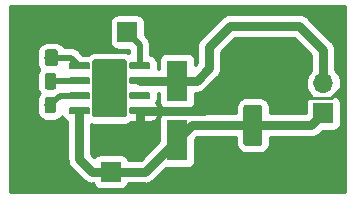
<source format=gbr>
G04 #@! TF.GenerationSoftware,KiCad,Pcbnew,(5.1.4)-1*
G04 #@! TF.CreationDate,2020-02-26T20:20:47+00:00*
G04 #@! TF.ProjectId,drv120_solenoid_driver,64727631-3230-45f7-936f-6c656e6f6964,rev?*
G04 #@! TF.SameCoordinates,Original*
G04 #@! TF.FileFunction,Copper,L1,Top*
G04 #@! TF.FilePolarity,Positive*
%FSLAX46Y46*%
G04 Gerber Fmt 4.6, Leading zero omitted, Abs format (unit mm)*
G04 Created by KiCad (PCBNEW (5.1.4)-1) date 2020-02-26 20:20:47*
%MOMM*%
%LPD*%
G04 APERTURE LIST*
%ADD10C,0.100000*%
%ADD11C,1.600000*%
%ADD12R,1.700000X1.700000*%
%ADD13O,1.700000X1.700000*%
%ADD14C,1.150000*%
%ADD15R,1.800000X3.500000*%
%ADD16C,0.975000*%
%ADD17C,2.950000*%
%ADD18C,0.600000*%
%ADD19C,0.250000*%
%ADD20C,0.500000*%
%ADD21C,0.750000*%
%ADD22C,0.254000*%
G04 APERTURE END LIST*
D10*
G36*
X157186185Y-104161602D02*
G01*
X157210415Y-104165196D01*
X157234175Y-104171148D01*
X157257238Y-104179400D01*
X157279381Y-104189872D01*
X157300390Y-104202465D01*
X157320065Y-104217057D01*
X157338214Y-104233506D01*
X157354663Y-104251655D01*
X157369255Y-104271330D01*
X157381848Y-104292339D01*
X157392320Y-104314482D01*
X157400572Y-104337545D01*
X157406524Y-104361305D01*
X157410118Y-104385535D01*
X157411320Y-104410000D01*
X157411320Y-107410800D01*
X157410118Y-107435265D01*
X157406524Y-107459495D01*
X157400572Y-107483255D01*
X157392320Y-107506318D01*
X157381848Y-107528461D01*
X157369255Y-107549470D01*
X157354663Y-107569145D01*
X157338214Y-107587294D01*
X157320065Y-107603743D01*
X157300390Y-107618335D01*
X157279381Y-107630928D01*
X157257238Y-107641400D01*
X157234175Y-107649652D01*
X157210415Y-107655604D01*
X157186185Y-107659198D01*
X157161720Y-107660400D01*
X156060920Y-107660400D01*
X156036455Y-107659198D01*
X156012225Y-107655604D01*
X155988465Y-107649652D01*
X155965402Y-107641400D01*
X155943259Y-107630928D01*
X155922250Y-107618335D01*
X155902575Y-107603743D01*
X155884426Y-107587294D01*
X155867977Y-107569145D01*
X155853385Y-107549470D01*
X155840792Y-107528461D01*
X155830320Y-107506318D01*
X155822068Y-107483255D01*
X155816116Y-107459495D01*
X155812522Y-107435265D01*
X155811320Y-107410800D01*
X155811320Y-104410000D01*
X155812522Y-104385535D01*
X155816116Y-104361305D01*
X155822068Y-104337545D01*
X155830320Y-104314482D01*
X155840792Y-104292339D01*
X155853385Y-104271330D01*
X155867977Y-104251655D01*
X155884426Y-104233506D01*
X155902575Y-104217057D01*
X155922250Y-104202465D01*
X155943259Y-104189872D01*
X155965402Y-104179400D01*
X155988465Y-104171148D01*
X156012225Y-104165196D01*
X156036455Y-104161602D01*
X156060920Y-104160400D01*
X157161720Y-104160400D01*
X157186185Y-104161602D01*
X157186185Y-104161602D01*
G37*
D11*
X156611320Y-105910400D03*
D10*
G36*
X157185824Y-109561604D02*
G01*
X157210093Y-109565204D01*
X157233891Y-109571165D01*
X157256991Y-109579430D01*
X157279169Y-109589920D01*
X157300213Y-109602533D01*
X157319918Y-109617147D01*
X157338097Y-109633623D01*
X157354573Y-109651802D01*
X157369187Y-109671507D01*
X157381800Y-109692551D01*
X157392290Y-109714729D01*
X157400555Y-109737829D01*
X157406516Y-109761627D01*
X157410116Y-109785896D01*
X157411320Y-109810400D01*
X157411320Y-112810400D01*
X157410116Y-112834904D01*
X157406516Y-112859173D01*
X157400555Y-112882971D01*
X157392290Y-112906071D01*
X157381800Y-112928249D01*
X157369187Y-112949293D01*
X157354573Y-112968998D01*
X157338097Y-112987177D01*
X157319918Y-113003653D01*
X157300213Y-113018267D01*
X157279169Y-113030880D01*
X157256991Y-113041370D01*
X157233891Y-113049635D01*
X157210093Y-113055596D01*
X157185824Y-113059196D01*
X157161320Y-113060400D01*
X156061320Y-113060400D01*
X156036816Y-113059196D01*
X156012547Y-113055596D01*
X155988749Y-113049635D01*
X155965649Y-113041370D01*
X155943471Y-113030880D01*
X155922427Y-113018267D01*
X155902722Y-113003653D01*
X155884543Y-112987177D01*
X155868067Y-112968998D01*
X155853453Y-112949293D01*
X155840840Y-112928249D01*
X155830350Y-112906071D01*
X155822085Y-112882971D01*
X155816124Y-112859173D01*
X155812524Y-112834904D01*
X155811320Y-112810400D01*
X155811320Y-109810400D01*
X155812524Y-109785896D01*
X155816124Y-109761627D01*
X155822085Y-109737829D01*
X155830350Y-109714729D01*
X155840840Y-109692551D01*
X155853453Y-109671507D01*
X155868067Y-109651802D01*
X155884543Y-109633623D01*
X155902722Y-109617147D01*
X155922427Y-109602533D01*
X155943471Y-109589920D01*
X155965649Y-109579430D01*
X155988749Y-109571165D01*
X156012547Y-109565204D01*
X156036816Y-109561604D01*
X156061320Y-109560400D01*
X157161320Y-109560400D01*
X157185824Y-109561604D01*
X157185824Y-109561604D01*
G37*
D11*
X156611320Y-111310400D03*
D12*
X162570160Y-110281720D03*
D13*
X162570160Y-107741720D03*
D10*
G36*
X137851670Y-104891542D02*
G01*
X137875895Y-104895135D01*
X137899651Y-104901086D01*
X137922709Y-104909336D01*
X137944847Y-104919807D01*
X137965853Y-104932397D01*
X137985523Y-104946985D01*
X138003668Y-104963432D01*
X138020115Y-104981577D01*
X138034703Y-105001247D01*
X138047293Y-105022253D01*
X138057764Y-105044391D01*
X138066014Y-105067449D01*
X138071965Y-105091205D01*
X138075558Y-105115430D01*
X138076760Y-105139890D01*
X138076760Y-106040790D01*
X138075558Y-106065250D01*
X138071965Y-106089475D01*
X138066014Y-106113231D01*
X138057764Y-106136289D01*
X138047293Y-106158427D01*
X138034703Y-106179433D01*
X138020115Y-106199103D01*
X138003668Y-106217248D01*
X137985523Y-106233695D01*
X137965853Y-106248283D01*
X137944847Y-106260873D01*
X137922709Y-106271344D01*
X137899651Y-106279594D01*
X137875895Y-106285545D01*
X137851670Y-106289138D01*
X137827210Y-106290340D01*
X137176310Y-106290340D01*
X137151850Y-106289138D01*
X137127625Y-106285545D01*
X137103869Y-106279594D01*
X137080811Y-106271344D01*
X137058673Y-106260873D01*
X137037667Y-106248283D01*
X137017997Y-106233695D01*
X136999852Y-106217248D01*
X136983405Y-106199103D01*
X136968817Y-106179433D01*
X136956227Y-106158427D01*
X136945756Y-106136289D01*
X136937506Y-106113231D01*
X136931555Y-106089475D01*
X136927962Y-106065250D01*
X136926760Y-106040790D01*
X136926760Y-105139890D01*
X136927962Y-105115430D01*
X136931555Y-105091205D01*
X136937506Y-105067449D01*
X136945756Y-105044391D01*
X136956227Y-105022253D01*
X136968817Y-105001247D01*
X136983405Y-104981577D01*
X136999852Y-104963432D01*
X137017997Y-104946985D01*
X137037667Y-104932397D01*
X137058673Y-104919807D01*
X137080811Y-104909336D01*
X137103869Y-104901086D01*
X137127625Y-104895135D01*
X137151850Y-104891542D01*
X137176310Y-104890340D01*
X137827210Y-104890340D01*
X137851670Y-104891542D01*
X137851670Y-104891542D01*
G37*
D14*
X137501760Y-105590340D03*
D10*
G36*
X139901265Y-104891544D02*
G01*
X139925533Y-104895144D01*
X139949332Y-104901105D01*
X139972431Y-104909370D01*
X139994610Y-104919860D01*
X140015653Y-104932472D01*
X140035359Y-104947087D01*
X140053537Y-104963563D01*
X140070013Y-104981741D01*
X140084628Y-105001447D01*
X140097240Y-105022490D01*
X140107730Y-105044669D01*
X140115995Y-105067768D01*
X140121956Y-105091567D01*
X140125556Y-105115835D01*
X140126760Y-105140339D01*
X140126760Y-106040341D01*
X140125556Y-106064845D01*
X140121956Y-106089113D01*
X140115995Y-106112912D01*
X140107730Y-106136011D01*
X140097240Y-106158190D01*
X140084628Y-106179233D01*
X140070013Y-106198939D01*
X140053537Y-106217117D01*
X140035359Y-106233593D01*
X140015653Y-106248208D01*
X139994610Y-106260820D01*
X139972431Y-106271310D01*
X139949332Y-106279575D01*
X139925533Y-106285536D01*
X139901265Y-106289136D01*
X139876761Y-106290340D01*
X139226759Y-106290340D01*
X139202255Y-106289136D01*
X139177987Y-106285536D01*
X139154188Y-106279575D01*
X139131089Y-106271310D01*
X139108910Y-106260820D01*
X139087867Y-106248208D01*
X139068161Y-106233593D01*
X139049983Y-106217117D01*
X139033507Y-106198939D01*
X139018892Y-106179233D01*
X139006280Y-106158190D01*
X138995790Y-106136011D01*
X138987525Y-106112912D01*
X138981564Y-106089113D01*
X138977964Y-106064845D01*
X138976760Y-106040341D01*
X138976760Y-105140339D01*
X138977964Y-105115835D01*
X138981564Y-105091567D01*
X138987525Y-105067768D01*
X138995790Y-105044669D01*
X139006280Y-105022490D01*
X139018892Y-105001447D01*
X139033507Y-104981741D01*
X139049983Y-104963563D01*
X139068161Y-104947087D01*
X139087867Y-104932472D01*
X139108910Y-104919860D01*
X139131089Y-104909370D01*
X139154188Y-104901105D01*
X139177987Y-104895144D01*
X139202255Y-104891544D01*
X139226759Y-104890340D01*
X139876761Y-104890340D01*
X139901265Y-104891544D01*
X139901265Y-104891544D01*
G37*
D14*
X139551760Y-105590340D03*
D15*
X150195280Y-112547400D03*
X150195280Y-107547400D03*
D13*
X144569180Y-112687100D03*
D12*
X144569180Y-115227100D03*
X145976340Y-103418640D03*
D13*
X143436340Y-103418640D03*
D10*
G36*
X139749202Y-106887954D02*
G01*
X139772863Y-106891464D01*
X139796067Y-106897276D01*
X139818589Y-106905334D01*
X139840213Y-106915562D01*
X139860730Y-106927859D01*
X139879943Y-106942109D01*
X139897667Y-106958173D01*
X139913731Y-106975897D01*
X139927981Y-106995110D01*
X139940278Y-107015627D01*
X139950506Y-107037251D01*
X139958564Y-107059773D01*
X139964376Y-107082977D01*
X139967886Y-107106638D01*
X139969060Y-107130530D01*
X139969060Y-108043030D01*
X139967886Y-108066922D01*
X139964376Y-108090583D01*
X139958564Y-108113787D01*
X139950506Y-108136309D01*
X139940278Y-108157933D01*
X139927981Y-108178450D01*
X139913731Y-108197663D01*
X139897667Y-108215387D01*
X139879943Y-108231451D01*
X139860730Y-108245701D01*
X139840213Y-108257998D01*
X139818589Y-108268226D01*
X139796067Y-108276284D01*
X139772863Y-108282096D01*
X139749202Y-108285606D01*
X139725310Y-108286780D01*
X139237810Y-108286780D01*
X139213918Y-108285606D01*
X139190257Y-108282096D01*
X139167053Y-108276284D01*
X139144531Y-108268226D01*
X139122907Y-108257998D01*
X139102390Y-108245701D01*
X139083177Y-108231451D01*
X139065453Y-108215387D01*
X139049389Y-108197663D01*
X139035139Y-108178450D01*
X139022842Y-108157933D01*
X139012614Y-108136309D01*
X139004556Y-108113787D01*
X138998744Y-108090583D01*
X138995234Y-108066922D01*
X138994060Y-108043030D01*
X138994060Y-107130530D01*
X138995234Y-107106638D01*
X138998744Y-107082977D01*
X139004556Y-107059773D01*
X139012614Y-107037251D01*
X139022842Y-107015627D01*
X139035139Y-106995110D01*
X139049389Y-106975897D01*
X139065453Y-106958173D01*
X139083177Y-106942109D01*
X139102390Y-106927859D01*
X139122907Y-106915562D01*
X139144531Y-106905334D01*
X139167053Y-106897276D01*
X139190257Y-106891464D01*
X139213918Y-106887954D01*
X139237810Y-106886780D01*
X139725310Y-106886780D01*
X139749202Y-106887954D01*
X139749202Y-106887954D01*
G37*
D16*
X139481560Y-107586780D03*
D10*
G36*
X137874202Y-106887954D02*
G01*
X137897863Y-106891464D01*
X137921067Y-106897276D01*
X137943589Y-106905334D01*
X137965213Y-106915562D01*
X137985730Y-106927859D01*
X138004943Y-106942109D01*
X138022667Y-106958173D01*
X138038731Y-106975897D01*
X138052981Y-106995110D01*
X138065278Y-107015627D01*
X138075506Y-107037251D01*
X138083564Y-107059773D01*
X138089376Y-107082977D01*
X138092886Y-107106638D01*
X138094060Y-107130530D01*
X138094060Y-108043030D01*
X138092886Y-108066922D01*
X138089376Y-108090583D01*
X138083564Y-108113787D01*
X138075506Y-108136309D01*
X138065278Y-108157933D01*
X138052981Y-108178450D01*
X138038731Y-108197663D01*
X138022667Y-108215387D01*
X138004943Y-108231451D01*
X137985730Y-108245701D01*
X137965213Y-108257998D01*
X137943589Y-108268226D01*
X137921067Y-108276284D01*
X137897863Y-108282096D01*
X137874202Y-108285606D01*
X137850310Y-108286780D01*
X137362810Y-108286780D01*
X137338918Y-108285606D01*
X137315257Y-108282096D01*
X137292053Y-108276284D01*
X137269531Y-108268226D01*
X137247907Y-108257998D01*
X137227390Y-108245701D01*
X137208177Y-108231451D01*
X137190453Y-108215387D01*
X137174389Y-108197663D01*
X137160139Y-108178450D01*
X137147842Y-108157933D01*
X137137614Y-108136309D01*
X137129556Y-108113787D01*
X137123744Y-108090583D01*
X137120234Y-108066922D01*
X137119060Y-108043030D01*
X137119060Y-107130530D01*
X137120234Y-107106638D01*
X137123744Y-107082977D01*
X137129556Y-107059773D01*
X137137614Y-107037251D01*
X137147842Y-107015627D01*
X137160139Y-106995110D01*
X137174389Y-106975897D01*
X137190453Y-106958173D01*
X137208177Y-106942109D01*
X137227390Y-106927859D01*
X137247907Y-106915562D01*
X137269531Y-106905334D01*
X137292053Y-106897276D01*
X137315257Y-106891464D01*
X137338918Y-106887954D01*
X137362810Y-106886780D01*
X137850310Y-106886780D01*
X137874202Y-106887954D01*
X137874202Y-106887954D01*
G37*
D16*
X137606560Y-107586780D03*
D10*
G36*
X137848802Y-108907254D02*
G01*
X137872463Y-108910764D01*
X137895667Y-108916576D01*
X137918189Y-108924634D01*
X137939813Y-108934862D01*
X137960330Y-108947159D01*
X137979543Y-108961409D01*
X137997267Y-108977473D01*
X138013331Y-108995197D01*
X138027581Y-109014410D01*
X138039878Y-109034927D01*
X138050106Y-109056551D01*
X138058164Y-109079073D01*
X138063976Y-109102277D01*
X138067486Y-109125938D01*
X138068660Y-109149830D01*
X138068660Y-110062330D01*
X138067486Y-110086222D01*
X138063976Y-110109883D01*
X138058164Y-110133087D01*
X138050106Y-110155609D01*
X138039878Y-110177233D01*
X138027581Y-110197750D01*
X138013331Y-110216963D01*
X137997267Y-110234687D01*
X137979543Y-110250751D01*
X137960330Y-110265001D01*
X137939813Y-110277298D01*
X137918189Y-110287526D01*
X137895667Y-110295584D01*
X137872463Y-110301396D01*
X137848802Y-110304906D01*
X137824910Y-110306080D01*
X137337410Y-110306080D01*
X137313518Y-110304906D01*
X137289857Y-110301396D01*
X137266653Y-110295584D01*
X137244131Y-110287526D01*
X137222507Y-110277298D01*
X137201990Y-110265001D01*
X137182777Y-110250751D01*
X137165053Y-110234687D01*
X137148989Y-110216963D01*
X137134739Y-110197750D01*
X137122442Y-110177233D01*
X137112214Y-110155609D01*
X137104156Y-110133087D01*
X137098344Y-110109883D01*
X137094834Y-110086222D01*
X137093660Y-110062330D01*
X137093660Y-109149830D01*
X137094834Y-109125938D01*
X137098344Y-109102277D01*
X137104156Y-109079073D01*
X137112214Y-109056551D01*
X137122442Y-109034927D01*
X137134739Y-109014410D01*
X137148989Y-108995197D01*
X137165053Y-108977473D01*
X137182777Y-108961409D01*
X137201990Y-108947159D01*
X137222507Y-108934862D01*
X137244131Y-108924634D01*
X137266653Y-108916576D01*
X137289857Y-108910764D01*
X137313518Y-108907254D01*
X137337410Y-108906080D01*
X137824910Y-108906080D01*
X137848802Y-108907254D01*
X137848802Y-108907254D01*
G37*
D16*
X137581160Y-109606080D03*
D10*
G36*
X139723802Y-108907254D02*
G01*
X139747463Y-108910764D01*
X139770667Y-108916576D01*
X139793189Y-108924634D01*
X139814813Y-108934862D01*
X139835330Y-108947159D01*
X139854543Y-108961409D01*
X139872267Y-108977473D01*
X139888331Y-108995197D01*
X139902581Y-109014410D01*
X139914878Y-109034927D01*
X139925106Y-109056551D01*
X139933164Y-109079073D01*
X139938976Y-109102277D01*
X139942486Y-109125938D01*
X139943660Y-109149830D01*
X139943660Y-110062330D01*
X139942486Y-110086222D01*
X139938976Y-110109883D01*
X139933164Y-110133087D01*
X139925106Y-110155609D01*
X139914878Y-110177233D01*
X139902581Y-110197750D01*
X139888331Y-110216963D01*
X139872267Y-110234687D01*
X139854543Y-110250751D01*
X139835330Y-110265001D01*
X139814813Y-110277298D01*
X139793189Y-110287526D01*
X139770667Y-110295584D01*
X139747463Y-110301396D01*
X139723802Y-110304906D01*
X139699910Y-110306080D01*
X139212410Y-110306080D01*
X139188518Y-110304906D01*
X139164857Y-110301396D01*
X139141653Y-110295584D01*
X139119131Y-110287526D01*
X139097507Y-110277298D01*
X139076990Y-110265001D01*
X139057777Y-110250751D01*
X139040053Y-110234687D01*
X139023989Y-110216963D01*
X139009739Y-110197750D01*
X138997442Y-110177233D01*
X138987214Y-110155609D01*
X138979156Y-110133087D01*
X138973344Y-110109883D01*
X138969834Y-110086222D01*
X138968660Y-110062330D01*
X138968660Y-109149830D01*
X138969834Y-109125938D01*
X138973344Y-109102277D01*
X138979156Y-109079073D01*
X138987214Y-109056551D01*
X138997442Y-109034927D01*
X139009739Y-109014410D01*
X139023989Y-108995197D01*
X139040053Y-108977473D01*
X139057777Y-108961409D01*
X139076990Y-108947159D01*
X139097507Y-108934862D01*
X139119131Y-108924634D01*
X139141653Y-108916576D01*
X139164857Y-108910764D01*
X139188518Y-108907254D01*
X139212410Y-108906080D01*
X139699910Y-108906080D01*
X139723802Y-108907254D01*
X139723802Y-108907254D01*
G37*
D16*
X139456160Y-109606080D03*
D10*
G36*
X145720985Y-105735325D02*
G01*
X145745254Y-105738925D01*
X145769052Y-105744886D01*
X145792152Y-105753151D01*
X145814330Y-105763641D01*
X145835374Y-105776254D01*
X145855079Y-105790868D01*
X145873258Y-105807344D01*
X145889734Y-105825523D01*
X145904348Y-105845228D01*
X145916961Y-105866272D01*
X145927451Y-105888450D01*
X145935716Y-105911550D01*
X145941677Y-105935348D01*
X145945277Y-105959617D01*
X145946481Y-105984121D01*
X145946481Y-110384121D01*
X145945277Y-110408625D01*
X145941677Y-110432894D01*
X145935716Y-110456692D01*
X145927451Y-110479792D01*
X145916961Y-110501970D01*
X145904348Y-110523014D01*
X145889734Y-110542719D01*
X145873258Y-110560898D01*
X145855079Y-110577374D01*
X145835374Y-110591988D01*
X145814330Y-110604601D01*
X145792152Y-110615091D01*
X145769052Y-110623356D01*
X145745254Y-110629317D01*
X145720985Y-110632917D01*
X145696481Y-110634121D01*
X143246481Y-110634121D01*
X143221977Y-110632917D01*
X143197708Y-110629317D01*
X143173910Y-110623356D01*
X143150810Y-110615091D01*
X143128632Y-110604601D01*
X143107588Y-110591988D01*
X143087883Y-110577374D01*
X143069704Y-110560898D01*
X143053228Y-110542719D01*
X143038614Y-110523014D01*
X143026001Y-110501970D01*
X143015511Y-110479792D01*
X143007246Y-110456692D01*
X143001285Y-110432894D01*
X142997685Y-110408625D01*
X142996481Y-110384121D01*
X142996481Y-105984121D01*
X142997685Y-105959617D01*
X143001285Y-105935348D01*
X143007246Y-105911550D01*
X143015511Y-105888450D01*
X143026001Y-105866272D01*
X143038614Y-105845228D01*
X143053228Y-105825523D01*
X143069704Y-105807344D01*
X143087883Y-105790868D01*
X143107588Y-105776254D01*
X143128632Y-105763641D01*
X143150810Y-105753151D01*
X143173910Y-105744886D01*
X143197708Y-105738925D01*
X143221977Y-105735325D01*
X143246481Y-105734121D01*
X145696481Y-105734121D01*
X145720985Y-105735325D01*
X145720985Y-105735325D01*
G37*
D17*
X144471481Y-108184121D03*
D10*
G36*
X142661184Y-105979843D02*
G01*
X142675745Y-105982003D01*
X142690024Y-105985580D01*
X142703884Y-105990539D01*
X142717191Y-105996833D01*
X142729817Y-106004401D01*
X142741640Y-106013169D01*
X142752547Y-106023055D01*
X142762433Y-106033962D01*
X142771201Y-106045785D01*
X142778769Y-106058411D01*
X142785063Y-106071718D01*
X142790022Y-106085578D01*
X142793599Y-106099857D01*
X142795759Y-106114418D01*
X142796481Y-106129121D01*
X142796481Y-106429121D01*
X142795759Y-106443824D01*
X142793599Y-106458385D01*
X142790022Y-106472664D01*
X142785063Y-106486524D01*
X142778769Y-106499831D01*
X142771201Y-106512457D01*
X142762433Y-106524280D01*
X142752547Y-106535187D01*
X142741640Y-106545073D01*
X142729817Y-106553841D01*
X142717191Y-106561409D01*
X142703884Y-106567703D01*
X142690024Y-106572662D01*
X142675745Y-106576239D01*
X142661184Y-106578399D01*
X142646481Y-106579121D01*
X141171481Y-106579121D01*
X141156778Y-106578399D01*
X141142217Y-106576239D01*
X141127938Y-106572662D01*
X141114078Y-106567703D01*
X141100771Y-106561409D01*
X141088145Y-106553841D01*
X141076322Y-106545073D01*
X141065415Y-106535187D01*
X141055529Y-106524280D01*
X141046761Y-106512457D01*
X141039193Y-106499831D01*
X141032899Y-106486524D01*
X141027940Y-106472664D01*
X141024363Y-106458385D01*
X141022203Y-106443824D01*
X141021481Y-106429121D01*
X141021481Y-106129121D01*
X141022203Y-106114418D01*
X141024363Y-106099857D01*
X141027940Y-106085578D01*
X141032899Y-106071718D01*
X141039193Y-106058411D01*
X141046761Y-106045785D01*
X141055529Y-106033962D01*
X141065415Y-106023055D01*
X141076322Y-106013169D01*
X141088145Y-106004401D01*
X141100771Y-105996833D01*
X141114078Y-105990539D01*
X141127938Y-105985580D01*
X141142217Y-105982003D01*
X141156778Y-105979843D01*
X141171481Y-105979121D01*
X142646481Y-105979121D01*
X142661184Y-105979843D01*
X142661184Y-105979843D01*
G37*
D18*
X141908981Y-106279121D03*
D10*
G36*
X142661184Y-107249843D02*
G01*
X142675745Y-107252003D01*
X142690024Y-107255580D01*
X142703884Y-107260539D01*
X142717191Y-107266833D01*
X142729817Y-107274401D01*
X142741640Y-107283169D01*
X142752547Y-107293055D01*
X142762433Y-107303962D01*
X142771201Y-107315785D01*
X142778769Y-107328411D01*
X142785063Y-107341718D01*
X142790022Y-107355578D01*
X142793599Y-107369857D01*
X142795759Y-107384418D01*
X142796481Y-107399121D01*
X142796481Y-107699121D01*
X142795759Y-107713824D01*
X142793599Y-107728385D01*
X142790022Y-107742664D01*
X142785063Y-107756524D01*
X142778769Y-107769831D01*
X142771201Y-107782457D01*
X142762433Y-107794280D01*
X142752547Y-107805187D01*
X142741640Y-107815073D01*
X142729817Y-107823841D01*
X142717191Y-107831409D01*
X142703884Y-107837703D01*
X142690024Y-107842662D01*
X142675745Y-107846239D01*
X142661184Y-107848399D01*
X142646481Y-107849121D01*
X141171481Y-107849121D01*
X141156778Y-107848399D01*
X141142217Y-107846239D01*
X141127938Y-107842662D01*
X141114078Y-107837703D01*
X141100771Y-107831409D01*
X141088145Y-107823841D01*
X141076322Y-107815073D01*
X141065415Y-107805187D01*
X141055529Y-107794280D01*
X141046761Y-107782457D01*
X141039193Y-107769831D01*
X141032899Y-107756524D01*
X141027940Y-107742664D01*
X141024363Y-107728385D01*
X141022203Y-107713824D01*
X141021481Y-107699121D01*
X141021481Y-107399121D01*
X141022203Y-107384418D01*
X141024363Y-107369857D01*
X141027940Y-107355578D01*
X141032899Y-107341718D01*
X141039193Y-107328411D01*
X141046761Y-107315785D01*
X141055529Y-107303962D01*
X141065415Y-107293055D01*
X141076322Y-107283169D01*
X141088145Y-107274401D01*
X141100771Y-107266833D01*
X141114078Y-107260539D01*
X141127938Y-107255580D01*
X141142217Y-107252003D01*
X141156778Y-107249843D01*
X141171481Y-107249121D01*
X142646481Y-107249121D01*
X142661184Y-107249843D01*
X142661184Y-107249843D01*
G37*
D18*
X141908981Y-107549121D03*
D10*
G36*
X142661184Y-108519843D02*
G01*
X142675745Y-108522003D01*
X142690024Y-108525580D01*
X142703884Y-108530539D01*
X142717191Y-108536833D01*
X142729817Y-108544401D01*
X142741640Y-108553169D01*
X142752547Y-108563055D01*
X142762433Y-108573962D01*
X142771201Y-108585785D01*
X142778769Y-108598411D01*
X142785063Y-108611718D01*
X142790022Y-108625578D01*
X142793599Y-108639857D01*
X142795759Y-108654418D01*
X142796481Y-108669121D01*
X142796481Y-108969121D01*
X142795759Y-108983824D01*
X142793599Y-108998385D01*
X142790022Y-109012664D01*
X142785063Y-109026524D01*
X142778769Y-109039831D01*
X142771201Y-109052457D01*
X142762433Y-109064280D01*
X142752547Y-109075187D01*
X142741640Y-109085073D01*
X142729817Y-109093841D01*
X142717191Y-109101409D01*
X142703884Y-109107703D01*
X142690024Y-109112662D01*
X142675745Y-109116239D01*
X142661184Y-109118399D01*
X142646481Y-109119121D01*
X141171481Y-109119121D01*
X141156778Y-109118399D01*
X141142217Y-109116239D01*
X141127938Y-109112662D01*
X141114078Y-109107703D01*
X141100771Y-109101409D01*
X141088145Y-109093841D01*
X141076322Y-109085073D01*
X141065415Y-109075187D01*
X141055529Y-109064280D01*
X141046761Y-109052457D01*
X141039193Y-109039831D01*
X141032899Y-109026524D01*
X141027940Y-109012664D01*
X141024363Y-108998385D01*
X141022203Y-108983824D01*
X141021481Y-108969121D01*
X141021481Y-108669121D01*
X141022203Y-108654418D01*
X141024363Y-108639857D01*
X141027940Y-108625578D01*
X141032899Y-108611718D01*
X141039193Y-108598411D01*
X141046761Y-108585785D01*
X141055529Y-108573962D01*
X141065415Y-108563055D01*
X141076322Y-108553169D01*
X141088145Y-108544401D01*
X141100771Y-108536833D01*
X141114078Y-108530539D01*
X141127938Y-108525580D01*
X141142217Y-108522003D01*
X141156778Y-108519843D01*
X141171481Y-108519121D01*
X142646481Y-108519121D01*
X142661184Y-108519843D01*
X142661184Y-108519843D01*
G37*
D18*
X141908981Y-108819121D03*
D10*
G36*
X142661184Y-109789843D02*
G01*
X142675745Y-109792003D01*
X142690024Y-109795580D01*
X142703884Y-109800539D01*
X142717191Y-109806833D01*
X142729817Y-109814401D01*
X142741640Y-109823169D01*
X142752547Y-109833055D01*
X142762433Y-109843962D01*
X142771201Y-109855785D01*
X142778769Y-109868411D01*
X142785063Y-109881718D01*
X142790022Y-109895578D01*
X142793599Y-109909857D01*
X142795759Y-109924418D01*
X142796481Y-109939121D01*
X142796481Y-110239121D01*
X142795759Y-110253824D01*
X142793599Y-110268385D01*
X142790022Y-110282664D01*
X142785063Y-110296524D01*
X142778769Y-110309831D01*
X142771201Y-110322457D01*
X142762433Y-110334280D01*
X142752547Y-110345187D01*
X142741640Y-110355073D01*
X142729817Y-110363841D01*
X142717191Y-110371409D01*
X142703884Y-110377703D01*
X142690024Y-110382662D01*
X142675745Y-110386239D01*
X142661184Y-110388399D01*
X142646481Y-110389121D01*
X141171481Y-110389121D01*
X141156778Y-110388399D01*
X141142217Y-110386239D01*
X141127938Y-110382662D01*
X141114078Y-110377703D01*
X141100771Y-110371409D01*
X141088145Y-110363841D01*
X141076322Y-110355073D01*
X141065415Y-110345187D01*
X141055529Y-110334280D01*
X141046761Y-110322457D01*
X141039193Y-110309831D01*
X141032899Y-110296524D01*
X141027940Y-110282664D01*
X141024363Y-110268385D01*
X141022203Y-110253824D01*
X141021481Y-110239121D01*
X141021481Y-109939121D01*
X141022203Y-109924418D01*
X141024363Y-109909857D01*
X141027940Y-109895578D01*
X141032899Y-109881718D01*
X141039193Y-109868411D01*
X141046761Y-109855785D01*
X141055529Y-109843962D01*
X141065415Y-109833055D01*
X141076322Y-109823169D01*
X141088145Y-109814401D01*
X141100771Y-109806833D01*
X141114078Y-109800539D01*
X141127938Y-109795580D01*
X141142217Y-109792003D01*
X141156778Y-109789843D01*
X141171481Y-109789121D01*
X142646481Y-109789121D01*
X142661184Y-109789843D01*
X142661184Y-109789843D01*
G37*
D18*
X141908981Y-110089121D03*
D10*
G36*
X147786184Y-109789843D02*
G01*
X147800745Y-109792003D01*
X147815024Y-109795580D01*
X147828884Y-109800539D01*
X147842191Y-109806833D01*
X147854817Y-109814401D01*
X147866640Y-109823169D01*
X147877547Y-109833055D01*
X147887433Y-109843962D01*
X147896201Y-109855785D01*
X147903769Y-109868411D01*
X147910063Y-109881718D01*
X147915022Y-109895578D01*
X147918599Y-109909857D01*
X147920759Y-109924418D01*
X147921481Y-109939121D01*
X147921481Y-110239121D01*
X147920759Y-110253824D01*
X147918599Y-110268385D01*
X147915022Y-110282664D01*
X147910063Y-110296524D01*
X147903769Y-110309831D01*
X147896201Y-110322457D01*
X147887433Y-110334280D01*
X147877547Y-110345187D01*
X147866640Y-110355073D01*
X147854817Y-110363841D01*
X147842191Y-110371409D01*
X147828884Y-110377703D01*
X147815024Y-110382662D01*
X147800745Y-110386239D01*
X147786184Y-110388399D01*
X147771481Y-110389121D01*
X146296481Y-110389121D01*
X146281778Y-110388399D01*
X146267217Y-110386239D01*
X146252938Y-110382662D01*
X146239078Y-110377703D01*
X146225771Y-110371409D01*
X146213145Y-110363841D01*
X146201322Y-110355073D01*
X146190415Y-110345187D01*
X146180529Y-110334280D01*
X146171761Y-110322457D01*
X146164193Y-110309831D01*
X146157899Y-110296524D01*
X146152940Y-110282664D01*
X146149363Y-110268385D01*
X146147203Y-110253824D01*
X146146481Y-110239121D01*
X146146481Y-109939121D01*
X146147203Y-109924418D01*
X146149363Y-109909857D01*
X146152940Y-109895578D01*
X146157899Y-109881718D01*
X146164193Y-109868411D01*
X146171761Y-109855785D01*
X146180529Y-109843962D01*
X146190415Y-109833055D01*
X146201322Y-109823169D01*
X146213145Y-109814401D01*
X146225771Y-109806833D01*
X146239078Y-109800539D01*
X146252938Y-109795580D01*
X146267217Y-109792003D01*
X146281778Y-109789843D01*
X146296481Y-109789121D01*
X147771481Y-109789121D01*
X147786184Y-109789843D01*
X147786184Y-109789843D01*
G37*
D18*
X147033981Y-110089121D03*
D10*
G36*
X147786184Y-108519843D02*
G01*
X147800745Y-108522003D01*
X147815024Y-108525580D01*
X147828884Y-108530539D01*
X147842191Y-108536833D01*
X147854817Y-108544401D01*
X147866640Y-108553169D01*
X147877547Y-108563055D01*
X147887433Y-108573962D01*
X147896201Y-108585785D01*
X147903769Y-108598411D01*
X147910063Y-108611718D01*
X147915022Y-108625578D01*
X147918599Y-108639857D01*
X147920759Y-108654418D01*
X147921481Y-108669121D01*
X147921481Y-108969121D01*
X147920759Y-108983824D01*
X147918599Y-108998385D01*
X147915022Y-109012664D01*
X147910063Y-109026524D01*
X147903769Y-109039831D01*
X147896201Y-109052457D01*
X147887433Y-109064280D01*
X147877547Y-109075187D01*
X147866640Y-109085073D01*
X147854817Y-109093841D01*
X147842191Y-109101409D01*
X147828884Y-109107703D01*
X147815024Y-109112662D01*
X147800745Y-109116239D01*
X147786184Y-109118399D01*
X147771481Y-109119121D01*
X146296481Y-109119121D01*
X146281778Y-109118399D01*
X146267217Y-109116239D01*
X146252938Y-109112662D01*
X146239078Y-109107703D01*
X146225771Y-109101409D01*
X146213145Y-109093841D01*
X146201322Y-109085073D01*
X146190415Y-109075187D01*
X146180529Y-109064280D01*
X146171761Y-109052457D01*
X146164193Y-109039831D01*
X146157899Y-109026524D01*
X146152940Y-109012664D01*
X146149363Y-108998385D01*
X146147203Y-108983824D01*
X146146481Y-108969121D01*
X146146481Y-108669121D01*
X146147203Y-108654418D01*
X146149363Y-108639857D01*
X146152940Y-108625578D01*
X146157899Y-108611718D01*
X146164193Y-108598411D01*
X146171761Y-108585785D01*
X146180529Y-108573962D01*
X146190415Y-108563055D01*
X146201322Y-108553169D01*
X146213145Y-108544401D01*
X146225771Y-108536833D01*
X146239078Y-108530539D01*
X146252938Y-108525580D01*
X146267217Y-108522003D01*
X146281778Y-108519843D01*
X146296481Y-108519121D01*
X147771481Y-108519121D01*
X147786184Y-108519843D01*
X147786184Y-108519843D01*
G37*
D18*
X147033981Y-108819121D03*
D10*
G36*
X147786184Y-107249843D02*
G01*
X147800745Y-107252003D01*
X147815024Y-107255580D01*
X147828884Y-107260539D01*
X147842191Y-107266833D01*
X147854817Y-107274401D01*
X147866640Y-107283169D01*
X147877547Y-107293055D01*
X147887433Y-107303962D01*
X147896201Y-107315785D01*
X147903769Y-107328411D01*
X147910063Y-107341718D01*
X147915022Y-107355578D01*
X147918599Y-107369857D01*
X147920759Y-107384418D01*
X147921481Y-107399121D01*
X147921481Y-107699121D01*
X147920759Y-107713824D01*
X147918599Y-107728385D01*
X147915022Y-107742664D01*
X147910063Y-107756524D01*
X147903769Y-107769831D01*
X147896201Y-107782457D01*
X147887433Y-107794280D01*
X147877547Y-107805187D01*
X147866640Y-107815073D01*
X147854817Y-107823841D01*
X147842191Y-107831409D01*
X147828884Y-107837703D01*
X147815024Y-107842662D01*
X147800745Y-107846239D01*
X147786184Y-107848399D01*
X147771481Y-107849121D01*
X146296481Y-107849121D01*
X146281778Y-107848399D01*
X146267217Y-107846239D01*
X146252938Y-107842662D01*
X146239078Y-107837703D01*
X146225771Y-107831409D01*
X146213145Y-107823841D01*
X146201322Y-107815073D01*
X146190415Y-107805187D01*
X146180529Y-107794280D01*
X146171761Y-107782457D01*
X146164193Y-107769831D01*
X146157899Y-107756524D01*
X146152940Y-107742664D01*
X146149363Y-107728385D01*
X146147203Y-107713824D01*
X146146481Y-107699121D01*
X146146481Y-107399121D01*
X146147203Y-107384418D01*
X146149363Y-107369857D01*
X146152940Y-107355578D01*
X146157899Y-107341718D01*
X146164193Y-107328411D01*
X146171761Y-107315785D01*
X146180529Y-107303962D01*
X146190415Y-107293055D01*
X146201322Y-107283169D01*
X146213145Y-107274401D01*
X146225771Y-107266833D01*
X146239078Y-107260539D01*
X146252938Y-107255580D01*
X146267217Y-107252003D01*
X146281778Y-107249843D01*
X146296481Y-107249121D01*
X147771481Y-107249121D01*
X147786184Y-107249843D01*
X147786184Y-107249843D01*
G37*
D18*
X147033981Y-107549121D03*
D10*
G36*
X147786184Y-105979843D02*
G01*
X147800745Y-105982003D01*
X147815024Y-105985580D01*
X147828884Y-105990539D01*
X147842191Y-105996833D01*
X147854817Y-106004401D01*
X147866640Y-106013169D01*
X147877547Y-106023055D01*
X147887433Y-106033962D01*
X147896201Y-106045785D01*
X147903769Y-106058411D01*
X147910063Y-106071718D01*
X147915022Y-106085578D01*
X147918599Y-106099857D01*
X147920759Y-106114418D01*
X147921481Y-106129121D01*
X147921481Y-106429121D01*
X147920759Y-106443824D01*
X147918599Y-106458385D01*
X147915022Y-106472664D01*
X147910063Y-106486524D01*
X147903769Y-106499831D01*
X147896201Y-106512457D01*
X147887433Y-106524280D01*
X147877547Y-106535187D01*
X147866640Y-106545073D01*
X147854817Y-106553841D01*
X147842191Y-106561409D01*
X147828884Y-106567703D01*
X147815024Y-106572662D01*
X147800745Y-106576239D01*
X147786184Y-106578399D01*
X147771481Y-106579121D01*
X146296481Y-106579121D01*
X146281778Y-106578399D01*
X146267217Y-106576239D01*
X146252938Y-106572662D01*
X146239078Y-106567703D01*
X146225771Y-106561409D01*
X146213145Y-106553841D01*
X146201322Y-106545073D01*
X146190415Y-106535187D01*
X146180529Y-106524280D01*
X146171761Y-106512457D01*
X146164193Y-106499831D01*
X146157899Y-106486524D01*
X146152940Y-106472664D01*
X146149363Y-106458385D01*
X146147203Y-106443824D01*
X146146481Y-106429121D01*
X146146481Y-106129121D01*
X146147203Y-106114418D01*
X146149363Y-106099857D01*
X146152940Y-106085578D01*
X146157899Y-106071718D01*
X146164193Y-106058411D01*
X146171761Y-106045785D01*
X146180529Y-106033962D01*
X146190415Y-106023055D01*
X146201322Y-106013169D01*
X146213145Y-106004401D01*
X146225771Y-105996833D01*
X146239078Y-105990539D01*
X146252938Y-105985580D01*
X146267217Y-105982003D01*
X146281778Y-105979843D01*
X146296481Y-105979121D01*
X147771481Y-105979121D01*
X147786184Y-105979843D01*
X147786184Y-105979843D01*
G37*
D18*
X147033981Y-106279121D03*
D19*
X139464260Y-105590340D02*
X141220200Y-105590340D01*
D20*
X141220200Y-105590340D02*
X141908981Y-106279121D01*
X139551760Y-105590340D02*
X141220200Y-105590340D01*
D19*
X137589260Y-107569480D02*
X137606560Y-107586780D01*
X137589260Y-105590340D02*
X137589260Y-107569480D01*
X137606560Y-109580680D02*
X137581160Y-109606080D01*
X137606560Y-107586780D02*
X137606560Y-109580680D01*
X137589260Y-103903780D02*
X137589260Y-105590340D01*
X143436340Y-103418640D02*
X138074400Y-103418640D01*
X138074400Y-103418640D02*
X137589260Y-103903780D01*
D21*
X147033981Y-110089121D02*
X147033981Y-111433879D01*
X145780760Y-112687100D02*
X144569180Y-112687100D01*
X147033981Y-111433879D02*
X145780760Y-112687100D01*
X147033981Y-110089121D02*
X152485919Y-110089121D01*
X152485919Y-110035801D02*
X156611320Y-105910400D01*
X152485919Y-110089121D02*
X152485919Y-110035801D01*
D19*
X144940020Y-101914960D02*
X162448240Y-101914960D01*
X143436340Y-103418640D02*
X144940020Y-101914960D01*
X162448240Y-101914960D02*
X164383720Y-103850440D01*
X164383720Y-107835700D02*
X163205160Y-109014260D01*
X164383720Y-103850440D02*
X164383720Y-107835700D01*
X159715180Y-109014260D02*
X156611320Y-105910400D01*
X163205160Y-109014260D02*
X159715180Y-109014260D01*
D21*
X150193559Y-107549121D02*
X150195280Y-107547400D01*
X147033981Y-107549121D02*
X150193559Y-107549121D01*
X151845280Y-107547400D02*
X152908000Y-106484680D01*
X150195280Y-107547400D02*
X151845280Y-107547400D01*
X152908000Y-106484680D02*
X152908000Y-104648000D01*
X152908000Y-104648000D02*
X154686000Y-102870000D01*
X154686000Y-102870000D02*
X160528000Y-102870000D01*
X162570160Y-104912160D02*
X162570160Y-107741720D01*
X160528000Y-102870000D02*
X162570160Y-104912160D01*
D20*
X147033981Y-104476281D02*
X145976340Y-103418640D01*
X147033981Y-106279121D02*
X147033981Y-104476281D01*
X141871322Y-107586780D02*
X141908981Y-107549121D01*
X139481560Y-107586780D02*
X141871322Y-107586780D01*
X140243119Y-108819121D02*
X141908981Y-108819121D01*
X139456160Y-109606080D02*
X140243119Y-108819121D01*
D21*
X147515580Y-115227100D02*
X150195280Y-112547400D01*
X144569180Y-115227100D02*
X147515580Y-115227100D01*
X151432280Y-111310400D02*
X156611320Y-111310400D01*
X150195280Y-112547400D02*
X151432280Y-111310400D01*
X161541480Y-111310400D02*
X162570160Y-110281720D01*
X156611320Y-111310400D02*
X161541480Y-111310400D01*
X142969180Y-115227100D02*
X144569180Y-115227100D01*
X141908981Y-114166901D02*
X142969180Y-115227100D01*
X141908981Y-110089121D02*
X141908981Y-114166901D01*
D22*
G36*
X164440001Y-116942000D02*
G01*
X136042000Y-116942000D01*
X136042000Y-109149830D01*
X138330588Y-109149830D01*
X138330588Y-110062330D01*
X138347532Y-110234365D01*
X138397713Y-110399789D01*
X138479202Y-110552244D01*
X138588868Y-110685872D01*
X138722496Y-110795538D01*
X138874951Y-110877027D01*
X139040375Y-110927208D01*
X139212410Y-110944152D01*
X139699910Y-110944152D01*
X139871945Y-110927208D01*
X140037369Y-110877027D01*
X140189824Y-110795538D01*
X140323452Y-110685872D01*
X140433118Y-110552244D01*
X140441909Y-110535797D01*
X140443397Y-110540703D01*
X140516223Y-110676950D01*
X140614230Y-110796372D01*
X140733652Y-110894379D01*
X140869899Y-110967205D01*
X140898981Y-110976027D01*
X140898982Y-114117283D01*
X140894095Y-114166901D01*
X140913596Y-114364895D01*
X140971349Y-114555280D01*
X141065135Y-114730741D01*
X141153751Y-114838720D01*
X141191349Y-114884534D01*
X141229882Y-114916157D01*
X142219923Y-115906199D01*
X142251547Y-115944733D01*
X142405340Y-116070947D01*
X142580800Y-116164732D01*
X142771185Y-116222485D01*
X142969180Y-116241986D01*
X143018788Y-116237100D01*
X143104142Y-116237100D01*
X143129678Y-116321280D01*
X143188643Y-116431594D01*
X143267995Y-116528285D01*
X143364686Y-116607637D01*
X143475000Y-116666602D01*
X143594698Y-116702912D01*
X143719180Y-116715172D01*
X145419180Y-116715172D01*
X145543662Y-116702912D01*
X145663360Y-116666602D01*
X145773674Y-116607637D01*
X145870365Y-116528285D01*
X145949717Y-116431594D01*
X146008682Y-116321280D01*
X146034218Y-116237100D01*
X147465972Y-116237100D01*
X147515580Y-116241986D01*
X147713574Y-116222485D01*
X147782482Y-116201582D01*
X147903960Y-116164732D01*
X148079420Y-116070947D01*
X148233213Y-115944733D01*
X148264841Y-115906194D01*
X149240917Y-114930118D01*
X149295280Y-114935472D01*
X151095280Y-114935472D01*
X151219762Y-114923212D01*
X151339460Y-114886902D01*
X151449774Y-114827937D01*
X151546465Y-114748585D01*
X151625817Y-114651894D01*
X151684782Y-114541580D01*
X151721092Y-114421882D01*
X151733352Y-114297400D01*
X151733352Y-112437683D01*
X151850635Y-112320400D01*
X155173248Y-112320400D01*
X155173248Y-112810400D01*
X155190312Y-112983654D01*
X155240848Y-113150250D01*
X155322915Y-113303786D01*
X155433358Y-113438362D01*
X155567934Y-113548805D01*
X155721470Y-113630872D01*
X155888066Y-113681408D01*
X156061320Y-113698472D01*
X157161320Y-113698472D01*
X157334574Y-113681408D01*
X157501170Y-113630872D01*
X157654706Y-113548805D01*
X157789282Y-113438362D01*
X157899725Y-113303786D01*
X157981792Y-113150250D01*
X158032328Y-112983654D01*
X158049392Y-112810400D01*
X158049392Y-112320400D01*
X161491872Y-112320400D01*
X161541480Y-112325286D01*
X161739474Y-112305785D01*
X161929860Y-112248032D01*
X162105320Y-112154247D01*
X162259113Y-112028033D01*
X162290741Y-111989494D01*
X162510443Y-111769792D01*
X163420160Y-111769792D01*
X163544642Y-111757532D01*
X163664340Y-111721222D01*
X163774654Y-111662257D01*
X163871345Y-111582905D01*
X163950697Y-111486214D01*
X164009662Y-111375900D01*
X164045972Y-111256202D01*
X164058232Y-111131720D01*
X164058232Y-109431720D01*
X164045972Y-109307238D01*
X164009662Y-109187540D01*
X163950697Y-109077226D01*
X163871345Y-108980535D01*
X163774654Y-108901183D01*
X163664340Y-108842218D01*
X163595473Y-108821327D01*
X163625294Y-108796854D01*
X163810866Y-108570734D01*
X163948759Y-108312754D01*
X164033673Y-108032831D01*
X164062345Y-107741720D01*
X164033673Y-107450609D01*
X163948759Y-107170686D01*
X163810866Y-106912706D01*
X163625294Y-106686586D01*
X163580160Y-106649545D01*
X163580160Y-104961764D01*
X163585046Y-104912159D01*
X163580160Y-104862552D01*
X163565545Y-104714166D01*
X163507792Y-104523780D01*
X163414007Y-104348320D01*
X163287793Y-104194527D01*
X163249254Y-104162899D01*
X161277261Y-102190906D01*
X161245633Y-102152367D01*
X161091840Y-102026153D01*
X160916380Y-101932368D01*
X160725994Y-101874615D01*
X160577608Y-101860000D01*
X160528000Y-101855114D01*
X160478392Y-101860000D01*
X154735608Y-101860000D01*
X154686000Y-101855114D01*
X154488005Y-101874615D01*
X154303554Y-101930568D01*
X154297620Y-101932368D01*
X154122160Y-102026153D01*
X153968367Y-102152367D01*
X153936744Y-102190901D01*
X152228901Y-103898744D01*
X152190368Y-103930367D01*
X152158745Y-103968900D01*
X152158744Y-103968901D01*
X152064154Y-104084160D01*
X151970368Y-104259621D01*
X151912615Y-104450006D01*
X151893114Y-104648000D01*
X151898001Y-104697617D01*
X151898000Y-106066325D01*
X151733352Y-106230973D01*
X151733352Y-105797400D01*
X151721092Y-105672918D01*
X151684782Y-105553220D01*
X151625817Y-105442906D01*
X151546465Y-105346215D01*
X151449774Y-105266863D01*
X151339460Y-105207898D01*
X151219762Y-105171588D01*
X151095280Y-105159328D01*
X149295280Y-105159328D01*
X149170798Y-105171588D01*
X149051100Y-105207898D01*
X148940786Y-105266863D01*
X148844095Y-105346215D01*
X148764743Y-105442906D01*
X148705778Y-105553220D01*
X148669468Y-105672918D01*
X148657208Y-105797400D01*
X148657208Y-106539121D01*
X148548719Y-106539121D01*
X148559553Y-106429121D01*
X148559553Y-106129121D01*
X148544410Y-105975376D01*
X148499565Y-105827539D01*
X148426739Y-105691292D01*
X148328732Y-105571870D01*
X148209310Y-105473863D01*
X148073063Y-105401037D01*
X147925226Y-105356192D01*
X147918981Y-105355577D01*
X147918981Y-104519746D01*
X147923262Y-104476280D01*
X147918981Y-104432814D01*
X147918981Y-104432804D01*
X147906176Y-104302791D01*
X147855570Y-104135968D01*
X147773392Y-103982222D01*
X147719681Y-103916775D01*
X147690513Y-103881234D01*
X147690511Y-103881232D01*
X147662798Y-103847464D01*
X147629030Y-103819751D01*
X147464412Y-103655133D01*
X147464412Y-102568640D01*
X147452152Y-102444158D01*
X147415842Y-102324460D01*
X147356877Y-102214146D01*
X147277525Y-102117455D01*
X147180834Y-102038103D01*
X147070520Y-101979138D01*
X146950822Y-101942828D01*
X146826340Y-101930568D01*
X145126340Y-101930568D01*
X145001858Y-101942828D01*
X144882160Y-101979138D01*
X144771846Y-102038103D01*
X144675155Y-102117455D01*
X144595803Y-102214146D01*
X144536838Y-102324460D01*
X144500528Y-102444158D01*
X144488268Y-102568640D01*
X144488268Y-104268640D01*
X144500528Y-104393122D01*
X144536838Y-104512820D01*
X144595803Y-104623134D01*
X144675155Y-104719825D01*
X144771846Y-104799177D01*
X144882160Y-104858142D01*
X145001858Y-104894452D01*
X145126340Y-104906712D01*
X146148982Y-104906712D01*
X146148982Y-105223862D01*
X146036331Y-105163649D01*
X145869735Y-105113113D01*
X145696481Y-105096049D01*
X143246481Y-105096049D01*
X143073227Y-105113113D01*
X142906631Y-105163649D01*
X142753095Y-105245716D01*
X142636931Y-105341049D01*
X142222488Y-105341049D01*
X141876734Y-104995296D01*
X141849017Y-104961523D01*
X141714259Y-104850929D01*
X141560513Y-104768751D01*
X141393690Y-104718145D01*
X141263677Y-104705340D01*
X141263669Y-104705340D01*
X141220200Y-104701059D01*
X141176731Y-104705340D01*
X140646374Y-104705340D01*
X140615165Y-104646953D01*
X140504722Y-104512378D01*
X140370147Y-104401935D01*
X140216611Y-104319868D01*
X140050015Y-104269332D01*
X139876761Y-104252268D01*
X139226759Y-104252268D01*
X139053505Y-104269332D01*
X138886909Y-104319868D01*
X138733373Y-104401935D01*
X138598798Y-104512378D01*
X138488355Y-104646953D01*
X138406288Y-104800489D01*
X138355752Y-104967085D01*
X138338688Y-105140339D01*
X138338688Y-106040341D01*
X138355752Y-106213595D01*
X138406288Y-106380191D01*
X138488355Y-106533727D01*
X138540339Y-106597070D01*
X138504602Y-106640616D01*
X138423113Y-106793071D01*
X138372932Y-106958495D01*
X138355988Y-107130530D01*
X138355988Y-108043030D01*
X138372932Y-108215065D01*
X138423113Y-108380489D01*
X138504602Y-108532944D01*
X138544004Y-108580955D01*
X138479202Y-108659916D01*
X138397713Y-108812371D01*
X138347532Y-108977795D01*
X138330588Y-109149830D01*
X136042000Y-109149830D01*
X136042000Y-101244000D01*
X164440000Y-101244000D01*
X164440001Y-116942000D01*
X164440001Y-116942000D01*
G37*
X164440001Y-116942000D02*
X136042000Y-116942000D01*
X136042000Y-109149830D01*
X138330588Y-109149830D01*
X138330588Y-110062330D01*
X138347532Y-110234365D01*
X138397713Y-110399789D01*
X138479202Y-110552244D01*
X138588868Y-110685872D01*
X138722496Y-110795538D01*
X138874951Y-110877027D01*
X139040375Y-110927208D01*
X139212410Y-110944152D01*
X139699910Y-110944152D01*
X139871945Y-110927208D01*
X140037369Y-110877027D01*
X140189824Y-110795538D01*
X140323452Y-110685872D01*
X140433118Y-110552244D01*
X140441909Y-110535797D01*
X140443397Y-110540703D01*
X140516223Y-110676950D01*
X140614230Y-110796372D01*
X140733652Y-110894379D01*
X140869899Y-110967205D01*
X140898981Y-110976027D01*
X140898982Y-114117283D01*
X140894095Y-114166901D01*
X140913596Y-114364895D01*
X140971349Y-114555280D01*
X141065135Y-114730741D01*
X141153751Y-114838720D01*
X141191349Y-114884534D01*
X141229882Y-114916157D01*
X142219923Y-115906199D01*
X142251547Y-115944733D01*
X142405340Y-116070947D01*
X142580800Y-116164732D01*
X142771185Y-116222485D01*
X142969180Y-116241986D01*
X143018788Y-116237100D01*
X143104142Y-116237100D01*
X143129678Y-116321280D01*
X143188643Y-116431594D01*
X143267995Y-116528285D01*
X143364686Y-116607637D01*
X143475000Y-116666602D01*
X143594698Y-116702912D01*
X143719180Y-116715172D01*
X145419180Y-116715172D01*
X145543662Y-116702912D01*
X145663360Y-116666602D01*
X145773674Y-116607637D01*
X145870365Y-116528285D01*
X145949717Y-116431594D01*
X146008682Y-116321280D01*
X146034218Y-116237100D01*
X147465972Y-116237100D01*
X147515580Y-116241986D01*
X147713574Y-116222485D01*
X147782482Y-116201582D01*
X147903960Y-116164732D01*
X148079420Y-116070947D01*
X148233213Y-115944733D01*
X148264841Y-115906194D01*
X149240917Y-114930118D01*
X149295280Y-114935472D01*
X151095280Y-114935472D01*
X151219762Y-114923212D01*
X151339460Y-114886902D01*
X151449774Y-114827937D01*
X151546465Y-114748585D01*
X151625817Y-114651894D01*
X151684782Y-114541580D01*
X151721092Y-114421882D01*
X151733352Y-114297400D01*
X151733352Y-112437683D01*
X151850635Y-112320400D01*
X155173248Y-112320400D01*
X155173248Y-112810400D01*
X155190312Y-112983654D01*
X155240848Y-113150250D01*
X155322915Y-113303786D01*
X155433358Y-113438362D01*
X155567934Y-113548805D01*
X155721470Y-113630872D01*
X155888066Y-113681408D01*
X156061320Y-113698472D01*
X157161320Y-113698472D01*
X157334574Y-113681408D01*
X157501170Y-113630872D01*
X157654706Y-113548805D01*
X157789282Y-113438362D01*
X157899725Y-113303786D01*
X157981792Y-113150250D01*
X158032328Y-112983654D01*
X158049392Y-112810400D01*
X158049392Y-112320400D01*
X161491872Y-112320400D01*
X161541480Y-112325286D01*
X161739474Y-112305785D01*
X161929860Y-112248032D01*
X162105320Y-112154247D01*
X162259113Y-112028033D01*
X162290741Y-111989494D01*
X162510443Y-111769792D01*
X163420160Y-111769792D01*
X163544642Y-111757532D01*
X163664340Y-111721222D01*
X163774654Y-111662257D01*
X163871345Y-111582905D01*
X163950697Y-111486214D01*
X164009662Y-111375900D01*
X164045972Y-111256202D01*
X164058232Y-111131720D01*
X164058232Y-109431720D01*
X164045972Y-109307238D01*
X164009662Y-109187540D01*
X163950697Y-109077226D01*
X163871345Y-108980535D01*
X163774654Y-108901183D01*
X163664340Y-108842218D01*
X163595473Y-108821327D01*
X163625294Y-108796854D01*
X163810866Y-108570734D01*
X163948759Y-108312754D01*
X164033673Y-108032831D01*
X164062345Y-107741720D01*
X164033673Y-107450609D01*
X163948759Y-107170686D01*
X163810866Y-106912706D01*
X163625294Y-106686586D01*
X163580160Y-106649545D01*
X163580160Y-104961764D01*
X163585046Y-104912159D01*
X163580160Y-104862552D01*
X163565545Y-104714166D01*
X163507792Y-104523780D01*
X163414007Y-104348320D01*
X163287793Y-104194527D01*
X163249254Y-104162899D01*
X161277261Y-102190906D01*
X161245633Y-102152367D01*
X161091840Y-102026153D01*
X160916380Y-101932368D01*
X160725994Y-101874615D01*
X160577608Y-101860000D01*
X160528000Y-101855114D01*
X160478392Y-101860000D01*
X154735608Y-101860000D01*
X154686000Y-101855114D01*
X154488005Y-101874615D01*
X154303554Y-101930568D01*
X154297620Y-101932368D01*
X154122160Y-102026153D01*
X153968367Y-102152367D01*
X153936744Y-102190901D01*
X152228901Y-103898744D01*
X152190368Y-103930367D01*
X152158745Y-103968900D01*
X152158744Y-103968901D01*
X152064154Y-104084160D01*
X151970368Y-104259621D01*
X151912615Y-104450006D01*
X151893114Y-104648000D01*
X151898001Y-104697617D01*
X151898000Y-106066325D01*
X151733352Y-106230973D01*
X151733352Y-105797400D01*
X151721092Y-105672918D01*
X151684782Y-105553220D01*
X151625817Y-105442906D01*
X151546465Y-105346215D01*
X151449774Y-105266863D01*
X151339460Y-105207898D01*
X151219762Y-105171588D01*
X151095280Y-105159328D01*
X149295280Y-105159328D01*
X149170798Y-105171588D01*
X149051100Y-105207898D01*
X148940786Y-105266863D01*
X148844095Y-105346215D01*
X148764743Y-105442906D01*
X148705778Y-105553220D01*
X148669468Y-105672918D01*
X148657208Y-105797400D01*
X148657208Y-106539121D01*
X148548719Y-106539121D01*
X148559553Y-106429121D01*
X148559553Y-106129121D01*
X148544410Y-105975376D01*
X148499565Y-105827539D01*
X148426739Y-105691292D01*
X148328732Y-105571870D01*
X148209310Y-105473863D01*
X148073063Y-105401037D01*
X147925226Y-105356192D01*
X147918981Y-105355577D01*
X147918981Y-104519746D01*
X147923262Y-104476280D01*
X147918981Y-104432814D01*
X147918981Y-104432804D01*
X147906176Y-104302791D01*
X147855570Y-104135968D01*
X147773392Y-103982222D01*
X147719681Y-103916775D01*
X147690513Y-103881234D01*
X147690511Y-103881232D01*
X147662798Y-103847464D01*
X147629030Y-103819751D01*
X147464412Y-103655133D01*
X147464412Y-102568640D01*
X147452152Y-102444158D01*
X147415842Y-102324460D01*
X147356877Y-102214146D01*
X147277525Y-102117455D01*
X147180834Y-102038103D01*
X147070520Y-101979138D01*
X146950822Y-101942828D01*
X146826340Y-101930568D01*
X145126340Y-101930568D01*
X145001858Y-101942828D01*
X144882160Y-101979138D01*
X144771846Y-102038103D01*
X144675155Y-102117455D01*
X144595803Y-102214146D01*
X144536838Y-102324460D01*
X144500528Y-102444158D01*
X144488268Y-102568640D01*
X144488268Y-104268640D01*
X144500528Y-104393122D01*
X144536838Y-104512820D01*
X144595803Y-104623134D01*
X144675155Y-104719825D01*
X144771846Y-104799177D01*
X144882160Y-104858142D01*
X145001858Y-104894452D01*
X145126340Y-104906712D01*
X146148982Y-104906712D01*
X146148982Y-105223862D01*
X146036331Y-105163649D01*
X145869735Y-105113113D01*
X145696481Y-105096049D01*
X143246481Y-105096049D01*
X143073227Y-105113113D01*
X142906631Y-105163649D01*
X142753095Y-105245716D01*
X142636931Y-105341049D01*
X142222488Y-105341049D01*
X141876734Y-104995296D01*
X141849017Y-104961523D01*
X141714259Y-104850929D01*
X141560513Y-104768751D01*
X141393690Y-104718145D01*
X141263677Y-104705340D01*
X141263669Y-104705340D01*
X141220200Y-104701059D01*
X141176731Y-104705340D01*
X140646374Y-104705340D01*
X140615165Y-104646953D01*
X140504722Y-104512378D01*
X140370147Y-104401935D01*
X140216611Y-104319868D01*
X140050015Y-104269332D01*
X139876761Y-104252268D01*
X139226759Y-104252268D01*
X139053505Y-104269332D01*
X138886909Y-104319868D01*
X138733373Y-104401935D01*
X138598798Y-104512378D01*
X138488355Y-104646953D01*
X138406288Y-104800489D01*
X138355752Y-104967085D01*
X138338688Y-105140339D01*
X138338688Y-106040341D01*
X138355752Y-106213595D01*
X138406288Y-106380191D01*
X138488355Y-106533727D01*
X138540339Y-106597070D01*
X138504602Y-106640616D01*
X138423113Y-106793071D01*
X138372932Y-106958495D01*
X138355988Y-107130530D01*
X138355988Y-108043030D01*
X138372932Y-108215065D01*
X138423113Y-108380489D01*
X138504602Y-108532944D01*
X138544004Y-108580955D01*
X138479202Y-108659916D01*
X138397713Y-108812371D01*
X138347532Y-108977795D01*
X138330588Y-109149830D01*
X136042000Y-109149830D01*
X136042000Y-101244000D01*
X164440000Y-101244000D01*
X164440001Y-116942000D01*
G36*
X161560160Y-105330515D02*
G01*
X161560161Y-106649545D01*
X161515026Y-106686586D01*
X161329454Y-106912706D01*
X161191561Y-107170686D01*
X161106647Y-107450609D01*
X161077975Y-107741720D01*
X161106647Y-108032831D01*
X161191561Y-108312754D01*
X161329454Y-108570734D01*
X161515026Y-108796854D01*
X161544847Y-108821327D01*
X161475980Y-108842218D01*
X161365666Y-108901183D01*
X161268975Y-108980535D01*
X161189623Y-109077226D01*
X161130658Y-109187540D01*
X161094348Y-109307238D01*
X161082088Y-109431720D01*
X161082088Y-110300400D01*
X158049392Y-110300400D01*
X158049392Y-109810400D01*
X158032328Y-109637146D01*
X157981792Y-109470550D01*
X157899725Y-109317014D01*
X157789282Y-109182438D01*
X157654706Y-109071995D01*
X157501170Y-108989928D01*
X157334574Y-108939392D01*
X157161320Y-108922328D01*
X156061320Y-108922328D01*
X155888066Y-108939392D01*
X155721470Y-108989928D01*
X155567934Y-109071995D01*
X155433358Y-109182438D01*
X155322915Y-109317014D01*
X155240848Y-109470550D01*
X155190312Y-109637146D01*
X155173248Y-109810400D01*
X155173248Y-110300400D01*
X151490639Y-110300400D01*
X151449774Y-110266863D01*
X151339460Y-110207898D01*
X151219762Y-110171588D01*
X151095280Y-110159328D01*
X149295280Y-110159328D01*
X149170798Y-110171588D01*
X149051100Y-110207898D01*
X148940786Y-110266863D01*
X148844095Y-110346215D01*
X148764743Y-110442906D01*
X148705778Y-110553220D01*
X148669468Y-110672918D01*
X148657208Y-110797400D01*
X148657208Y-112657117D01*
X147097225Y-114217100D01*
X146034218Y-114217100D01*
X146008682Y-114132920D01*
X145949717Y-114022606D01*
X145870365Y-113925915D01*
X145773674Y-113846563D01*
X145663360Y-113787598D01*
X145543662Y-113751288D01*
X145419180Y-113739028D01*
X143719180Y-113739028D01*
X143594698Y-113751288D01*
X143475000Y-113787598D01*
X143364686Y-113846563D01*
X143267995Y-113925915D01*
X143190626Y-114020190D01*
X142918981Y-113748546D01*
X142918981Y-111208339D01*
X143073227Y-111255129D01*
X143246481Y-111272193D01*
X145696481Y-111272193D01*
X145869735Y-111255129D01*
X146036331Y-111204593D01*
X146189867Y-111122526D01*
X146307030Y-111026373D01*
X146748231Y-111024121D01*
X146906981Y-110865371D01*
X146906981Y-110216121D01*
X147160981Y-110216121D01*
X147160981Y-110865371D01*
X147319731Y-111024121D01*
X147921481Y-111027193D01*
X148045963Y-111014933D01*
X148165661Y-110978623D01*
X148275975Y-110919658D01*
X148372666Y-110840306D01*
X148452018Y-110743615D01*
X148510983Y-110633301D01*
X148547293Y-110513603D01*
X148559553Y-110389121D01*
X148556481Y-110374871D01*
X148397731Y-110216121D01*
X147160981Y-110216121D01*
X146906981Y-110216121D01*
X146886981Y-110216121D01*
X146886981Y-109962121D01*
X146906981Y-109962121D01*
X146906981Y-109942121D01*
X147160981Y-109942121D01*
X147160981Y-109962121D01*
X148397731Y-109962121D01*
X148556481Y-109803371D01*
X148559553Y-109789121D01*
X148547293Y-109664639D01*
X148510983Y-109544941D01*
X148452018Y-109434627D01*
X148427751Y-109405057D01*
X148499565Y-109270703D01*
X148544410Y-109122866D01*
X148559553Y-108969121D01*
X148559553Y-108669121D01*
X148548719Y-108559121D01*
X148657208Y-108559121D01*
X148657208Y-109297400D01*
X148669468Y-109421882D01*
X148705778Y-109541580D01*
X148764743Y-109651894D01*
X148844095Y-109748585D01*
X148940786Y-109827937D01*
X149051100Y-109886902D01*
X149170798Y-109923212D01*
X149295280Y-109935472D01*
X151095280Y-109935472D01*
X151219762Y-109923212D01*
X151339460Y-109886902D01*
X151449774Y-109827937D01*
X151546465Y-109748585D01*
X151625817Y-109651894D01*
X151684782Y-109541580D01*
X151721092Y-109421882D01*
X151733352Y-109297400D01*
X151733352Y-108557400D01*
X151795672Y-108557400D01*
X151845280Y-108562286D01*
X152043274Y-108542785D01*
X152133629Y-108515376D01*
X152233660Y-108485032D01*
X152409120Y-108391247D01*
X152562913Y-108265033D01*
X152594541Y-108226494D01*
X153587094Y-107233941D01*
X153625633Y-107202313D01*
X153751847Y-107048520D01*
X153845632Y-106873060D01*
X153903385Y-106682674D01*
X153918000Y-106534288D01*
X153918000Y-106534286D01*
X153922886Y-106484681D01*
X153918000Y-106435076D01*
X153918000Y-105066355D01*
X155104356Y-103880000D01*
X160109645Y-103880000D01*
X161560160Y-105330515D01*
X161560160Y-105330515D01*
G37*
X161560160Y-105330515D02*
X161560161Y-106649545D01*
X161515026Y-106686586D01*
X161329454Y-106912706D01*
X161191561Y-107170686D01*
X161106647Y-107450609D01*
X161077975Y-107741720D01*
X161106647Y-108032831D01*
X161191561Y-108312754D01*
X161329454Y-108570734D01*
X161515026Y-108796854D01*
X161544847Y-108821327D01*
X161475980Y-108842218D01*
X161365666Y-108901183D01*
X161268975Y-108980535D01*
X161189623Y-109077226D01*
X161130658Y-109187540D01*
X161094348Y-109307238D01*
X161082088Y-109431720D01*
X161082088Y-110300400D01*
X158049392Y-110300400D01*
X158049392Y-109810400D01*
X158032328Y-109637146D01*
X157981792Y-109470550D01*
X157899725Y-109317014D01*
X157789282Y-109182438D01*
X157654706Y-109071995D01*
X157501170Y-108989928D01*
X157334574Y-108939392D01*
X157161320Y-108922328D01*
X156061320Y-108922328D01*
X155888066Y-108939392D01*
X155721470Y-108989928D01*
X155567934Y-109071995D01*
X155433358Y-109182438D01*
X155322915Y-109317014D01*
X155240848Y-109470550D01*
X155190312Y-109637146D01*
X155173248Y-109810400D01*
X155173248Y-110300400D01*
X151490639Y-110300400D01*
X151449774Y-110266863D01*
X151339460Y-110207898D01*
X151219762Y-110171588D01*
X151095280Y-110159328D01*
X149295280Y-110159328D01*
X149170798Y-110171588D01*
X149051100Y-110207898D01*
X148940786Y-110266863D01*
X148844095Y-110346215D01*
X148764743Y-110442906D01*
X148705778Y-110553220D01*
X148669468Y-110672918D01*
X148657208Y-110797400D01*
X148657208Y-112657117D01*
X147097225Y-114217100D01*
X146034218Y-114217100D01*
X146008682Y-114132920D01*
X145949717Y-114022606D01*
X145870365Y-113925915D01*
X145773674Y-113846563D01*
X145663360Y-113787598D01*
X145543662Y-113751288D01*
X145419180Y-113739028D01*
X143719180Y-113739028D01*
X143594698Y-113751288D01*
X143475000Y-113787598D01*
X143364686Y-113846563D01*
X143267995Y-113925915D01*
X143190626Y-114020190D01*
X142918981Y-113748546D01*
X142918981Y-111208339D01*
X143073227Y-111255129D01*
X143246481Y-111272193D01*
X145696481Y-111272193D01*
X145869735Y-111255129D01*
X146036331Y-111204593D01*
X146189867Y-111122526D01*
X146307030Y-111026373D01*
X146748231Y-111024121D01*
X146906981Y-110865371D01*
X146906981Y-110216121D01*
X147160981Y-110216121D01*
X147160981Y-110865371D01*
X147319731Y-111024121D01*
X147921481Y-111027193D01*
X148045963Y-111014933D01*
X148165661Y-110978623D01*
X148275975Y-110919658D01*
X148372666Y-110840306D01*
X148452018Y-110743615D01*
X148510983Y-110633301D01*
X148547293Y-110513603D01*
X148559553Y-110389121D01*
X148556481Y-110374871D01*
X148397731Y-110216121D01*
X147160981Y-110216121D01*
X146906981Y-110216121D01*
X146886981Y-110216121D01*
X146886981Y-109962121D01*
X146906981Y-109962121D01*
X146906981Y-109942121D01*
X147160981Y-109942121D01*
X147160981Y-109962121D01*
X148397731Y-109962121D01*
X148556481Y-109803371D01*
X148559553Y-109789121D01*
X148547293Y-109664639D01*
X148510983Y-109544941D01*
X148452018Y-109434627D01*
X148427751Y-109405057D01*
X148499565Y-109270703D01*
X148544410Y-109122866D01*
X148559553Y-108969121D01*
X148559553Y-108669121D01*
X148548719Y-108559121D01*
X148657208Y-108559121D01*
X148657208Y-109297400D01*
X148669468Y-109421882D01*
X148705778Y-109541580D01*
X148764743Y-109651894D01*
X148844095Y-109748585D01*
X148940786Y-109827937D01*
X149051100Y-109886902D01*
X149170798Y-109923212D01*
X149295280Y-109935472D01*
X151095280Y-109935472D01*
X151219762Y-109923212D01*
X151339460Y-109886902D01*
X151449774Y-109827937D01*
X151546465Y-109748585D01*
X151625817Y-109651894D01*
X151684782Y-109541580D01*
X151721092Y-109421882D01*
X151733352Y-109297400D01*
X151733352Y-108557400D01*
X151795672Y-108557400D01*
X151845280Y-108562286D01*
X152043274Y-108542785D01*
X152133629Y-108515376D01*
X152233660Y-108485032D01*
X152409120Y-108391247D01*
X152562913Y-108265033D01*
X152594541Y-108226494D01*
X153587094Y-107233941D01*
X153625633Y-107202313D01*
X153751847Y-107048520D01*
X153845632Y-106873060D01*
X153903385Y-106682674D01*
X153918000Y-106534288D01*
X153918000Y-106534286D01*
X153922886Y-106484681D01*
X153918000Y-106435076D01*
X153918000Y-105066355D01*
X155104356Y-103880000D01*
X160109645Y-103880000D01*
X161560160Y-105330515D01*
M02*

</source>
